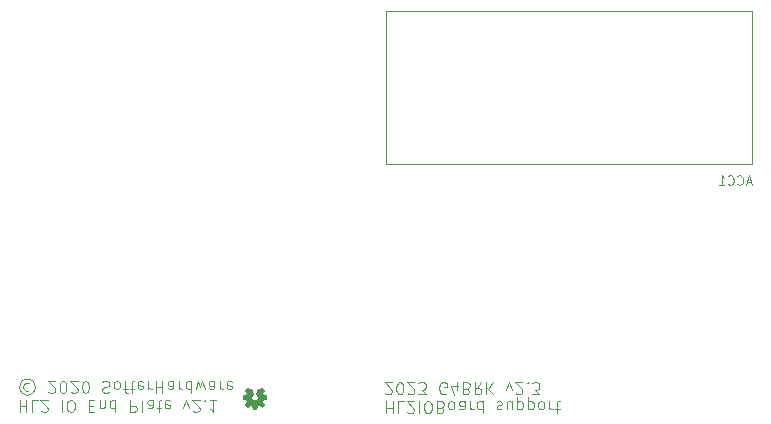
<source format=gbr>
G04 #@! TF.GenerationSoftware,KiCad,Pcbnew,(6.0.10)*
G04 #@! TF.CreationDate,2023-08-09T07:30:24+00:00*
G04 #@! TF.ProjectId,HL2IO_endcap,484c3249-4f5f-4656-9e64-6361702e6b69,2.1*
G04 #@! TF.SameCoordinates,PX2e593c0PY56057c0*
G04 #@! TF.FileFunction,Legend,Bot*
G04 #@! TF.FilePolarity,Positive*
%FSLAX46Y46*%
G04 Gerber Fmt 4.6, Leading zero omitted, Abs format (unit mm)*
G04 Created by KiCad (PCBNEW (6.0.10)) date 2023-08-09 07:30:24*
%MOMM*%
%LPD*%
G01*
G04 APERTURE LIST*
%ADD10C,0.120000*%
%ADD11C,0.100000*%
%ADD12C,0.002540*%
G04 APERTURE END LIST*
D10*
X9016095Y4947381D02*
X9016095Y3947381D01*
X9016095Y4423572D02*
X9587523Y4423572D01*
X9587523Y4947381D02*
X9587523Y3947381D01*
X10539904Y4947381D02*
X10063714Y4947381D01*
X10063714Y3947381D01*
X10825619Y4042620D02*
X10873238Y3995000D01*
X10968476Y3947381D01*
X11206571Y3947381D01*
X11301809Y3995000D01*
X11349428Y4042620D01*
X11397047Y4137858D01*
X11397047Y4233096D01*
X11349428Y4375953D01*
X10778000Y4947381D01*
X11397047Y4947381D01*
X12587523Y4947381D02*
X12587523Y3947381D01*
X13254190Y3947381D02*
X13444666Y3947381D01*
X13539904Y3995000D01*
X13635142Y4090239D01*
X13682761Y4280715D01*
X13682761Y4614048D01*
X13635142Y4804524D01*
X13539904Y4899762D01*
X13444666Y4947381D01*
X13254190Y4947381D01*
X13158952Y4899762D01*
X13063714Y4804524D01*
X13016095Y4614048D01*
X13016095Y4280715D01*
X13063714Y4090239D01*
X13158952Y3995000D01*
X13254190Y3947381D01*
X14873238Y4423572D02*
X15206571Y4423572D01*
X15349428Y4947381D02*
X14873238Y4947381D01*
X14873238Y3947381D01*
X15349428Y3947381D01*
X15777999Y4280715D02*
X15777999Y4947381D01*
X15777999Y4375953D02*
X15825619Y4328334D01*
X15920857Y4280715D01*
X16063714Y4280715D01*
X16158952Y4328334D01*
X16206571Y4423572D01*
X16206571Y4947381D01*
X17111333Y4947381D02*
X17111333Y3947381D01*
X17111333Y4899762D02*
X17016095Y4947381D01*
X16825619Y4947381D01*
X16730380Y4899762D01*
X16682761Y4852143D01*
X16635142Y4756905D01*
X16635142Y4471191D01*
X16682761Y4375953D01*
X16730380Y4328334D01*
X16825619Y4280715D01*
X17016095Y4280715D01*
X17111333Y4328334D01*
X18349428Y4947381D02*
X18349428Y3947381D01*
X18730380Y3947381D01*
X18825619Y3995000D01*
X18873238Y4042620D01*
X18920857Y4137858D01*
X18920857Y4280715D01*
X18873238Y4375953D01*
X18825619Y4423572D01*
X18730380Y4471191D01*
X18349428Y4471191D01*
X19492285Y4947381D02*
X19397047Y4899762D01*
X19349428Y4804524D01*
X19349428Y3947381D01*
X20301809Y4947381D02*
X20301809Y4423572D01*
X20254190Y4328334D01*
X20158952Y4280715D01*
X19968476Y4280715D01*
X19873238Y4328334D01*
X20301809Y4899762D02*
X20206571Y4947381D01*
X19968476Y4947381D01*
X19873238Y4899762D01*
X19825619Y4804524D01*
X19825619Y4709286D01*
X19873238Y4614048D01*
X19968476Y4566429D01*
X20206571Y4566429D01*
X20301809Y4518810D01*
X20635142Y4280715D02*
X21016095Y4280715D01*
X20778000Y3947381D02*
X20778000Y4804524D01*
X20825619Y4899762D01*
X20920857Y4947381D01*
X21016095Y4947381D01*
X21730380Y4899762D02*
X21635142Y4947381D01*
X21444666Y4947381D01*
X21349428Y4899762D01*
X21301809Y4804524D01*
X21301809Y4423572D01*
X21349428Y4328334D01*
X21444666Y4280715D01*
X21635142Y4280715D01*
X21730380Y4328334D01*
X21778000Y4423572D01*
X21778000Y4518810D01*
X21301809Y4614048D01*
X22873238Y4280715D02*
X23111333Y4947381D01*
X23349428Y4280715D01*
X23682761Y4042620D02*
X23730380Y3995000D01*
X23825619Y3947381D01*
X24063714Y3947381D01*
X24158952Y3995000D01*
X24206571Y4042620D01*
X24254190Y4137858D01*
X24254190Y4233096D01*
X24206571Y4375953D01*
X23635142Y4947381D01*
X24254190Y4947381D01*
X24682761Y4852143D02*
X24730380Y4899762D01*
X24682761Y4947381D01*
X24635142Y4899762D01*
X24682761Y4852143D01*
X24682761Y4947381D01*
X25682761Y4947381D02*
X25111333Y4947381D01*
X25397047Y4947381D02*
X25397047Y3947381D01*
X25301809Y4090239D01*
X25206571Y4185477D01*
X25111333Y4233096D01*
X9825619Y5795477D02*
X9730380Y5747858D01*
X9539904Y5747858D01*
X9444666Y5795477D01*
X9349428Y5890715D01*
X9301809Y5985953D01*
X9301809Y6176429D01*
X9349428Y6271667D01*
X9444666Y6366905D01*
X9539904Y6414524D01*
X9730380Y6414524D01*
X9825619Y6366905D01*
X9635142Y5414524D02*
X9397047Y5462143D01*
X9158952Y5605000D01*
X9016095Y5843096D01*
X8968476Y6081191D01*
X9016095Y6319286D01*
X9158952Y6557381D01*
X9397047Y6700239D01*
X9635142Y6747858D01*
X9873238Y6700239D01*
X10111333Y6557381D01*
X10254190Y6319286D01*
X10301809Y6081191D01*
X10254190Y5843096D01*
X10111333Y5605000D01*
X9873238Y5462143D01*
X9635142Y5414524D01*
X11444666Y5652620D02*
X11492285Y5605000D01*
X11587523Y5557381D01*
X11825619Y5557381D01*
X11920857Y5605000D01*
X11968476Y5652620D01*
X12016095Y5747858D01*
X12016095Y5843096D01*
X11968476Y5985953D01*
X11397047Y6557381D01*
X12016095Y6557381D01*
X12635142Y5557381D02*
X12730380Y5557381D01*
X12825619Y5605000D01*
X12873238Y5652620D01*
X12920857Y5747858D01*
X12968476Y5938334D01*
X12968476Y6176429D01*
X12920857Y6366905D01*
X12873238Y6462143D01*
X12825619Y6509762D01*
X12730380Y6557381D01*
X12635142Y6557381D01*
X12539904Y6509762D01*
X12492285Y6462143D01*
X12444666Y6366905D01*
X12397047Y6176429D01*
X12397047Y5938334D01*
X12444666Y5747858D01*
X12492285Y5652620D01*
X12539904Y5605000D01*
X12635142Y5557381D01*
X13349428Y5652620D02*
X13397047Y5605000D01*
X13492285Y5557381D01*
X13730380Y5557381D01*
X13825619Y5605000D01*
X13873238Y5652620D01*
X13920857Y5747858D01*
X13920857Y5843096D01*
X13873238Y5985953D01*
X13301809Y6557381D01*
X13920857Y6557381D01*
X14539904Y5557381D02*
X14635142Y5557381D01*
X14730380Y5605000D01*
X14778000Y5652620D01*
X14825619Y5747858D01*
X14873238Y5938334D01*
X14873238Y6176429D01*
X14825619Y6366905D01*
X14778000Y6462143D01*
X14730380Y6509762D01*
X14635142Y6557381D01*
X14539904Y6557381D01*
X14444666Y6509762D01*
X14397047Y6462143D01*
X14349428Y6366905D01*
X14301809Y6176429D01*
X14301809Y5938334D01*
X14349428Y5747858D01*
X14397047Y5652620D01*
X14444666Y5605000D01*
X14539904Y5557381D01*
X16016095Y6509762D02*
X16158952Y6557381D01*
X16397047Y6557381D01*
X16492285Y6509762D01*
X16539904Y6462143D01*
X16587523Y6366905D01*
X16587523Y6271667D01*
X16539904Y6176429D01*
X16492285Y6128810D01*
X16397047Y6081191D01*
X16206571Y6033572D01*
X16111333Y5985953D01*
X16063714Y5938334D01*
X16016095Y5843096D01*
X16016095Y5747858D01*
X16063714Y5652620D01*
X16111333Y5605000D01*
X16206571Y5557381D01*
X16444666Y5557381D01*
X16587523Y5605000D01*
X17158952Y6557381D02*
X17063714Y6509762D01*
X17016095Y6462143D01*
X16968476Y6366905D01*
X16968476Y6081191D01*
X17016095Y5985953D01*
X17063714Y5938334D01*
X17158952Y5890715D01*
X17301809Y5890715D01*
X17397047Y5938334D01*
X17444666Y5985953D01*
X17492285Y6081191D01*
X17492285Y6366905D01*
X17444666Y6462143D01*
X17397047Y6509762D01*
X17301809Y6557381D01*
X17158952Y6557381D01*
X17778000Y5890715D02*
X18158952Y5890715D01*
X17920857Y6557381D02*
X17920857Y5700239D01*
X17968476Y5605000D01*
X18063714Y5557381D01*
X18158952Y5557381D01*
X18349428Y5890715D02*
X18730380Y5890715D01*
X18492285Y5557381D02*
X18492285Y6414524D01*
X18539904Y6509762D01*
X18635142Y6557381D01*
X18730380Y6557381D01*
X19444666Y6509762D02*
X19349428Y6557381D01*
X19158952Y6557381D01*
X19063714Y6509762D01*
X19016095Y6414524D01*
X19016095Y6033572D01*
X19063714Y5938334D01*
X19158952Y5890715D01*
X19349428Y5890715D01*
X19444666Y5938334D01*
X19492285Y6033572D01*
X19492285Y6128810D01*
X19016095Y6224048D01*
X19920857Y6557381D02*
X19920857Y5890715D01*
X19920857Y6081191D02*
X19968476Y5985953D01*
X20016095Y5938334D01*
X20111333Y5890715D01*
X20206571Y5890715D01*
X20539904Y6557381D02*
X20539904Y5557381D01*
X20539904Y6033572D02*
X21111333Y6033572D01*
X21111333Y6557381D02*
X21111333Y5557381D01*
X22016095Y6557381D02*
X22016095Y6033572D01*
X21968476Y5938334D01*
X21873238Y5890715D01*
X21682761Y5890715D01*
X21587523Y5938334D01*
X22016095Y6509762D02*
X21920857Y6557381D01*
X21682761Y6557381D01*
X21587523Y6509762D01*
X21539904Y6414524D01*
X21539904Y6319286D01*
X21587523Y6224048D01*
X21682761Y6176429D01*
X21920857Y6176429D01*
X22016095Y6128810D01*
X22492285Y6557381D02*
X22492285Y5890715D01*
X22492285Y6081191D02*
X22539904Y5985953D01*
X22587523Y5938334D01*
X22682761Y5890715D01*
X22778000Y5890715D01*
X23539904Y6557381D02*
X23539904Y5557381D01*
X23539904Y6509762D02*
X23444666Y6557381D01*
X23254190Y6557381D01*
X23158952Y6509762D01*
X23111333Y6462143D01*
X23063714Y6366905D01*
X23063714Y6081191D01*
X23111333Y5985953D01*
X23158952Y5938334D01*
X23254190Y5890715D01*
X23444666Y5890715D01*
X23539904Y5938334D01*
X23920857Y5890715D02*
X24111333Y6557381D01*
X24301809Y6081191D01*
X24492285Y6557381D01*
X24682761Y5890715D01*
X25492285Y6557381D02*
X25492285Y6033572D01*
X25444666Y5938334D01*
X25349428Y5890715D01*
X25158952Y5890715D01*
X25063714Y5938334D01*
X25492285Y6509762D02*
X25397047Y6557381D01*
X25158952Y6557381D01*
X25063714Y6509762D01*
X25016095Y6414524D01*
X25016095Y6319286D01*
X25063714Y6224048D01*
X25158952Y6176429D01*
X25397047Y6176429D01*
X25492285Y6128810D01*
X25968476Y6557381D02*
X25968476Y5890715D01*
X25968476Y6081191D02*
X26016095Y5985953D01*
X26063714Y5938334D01*
X26158952Y5890715D01*
X26254190Y5890715D01*
X26968476Y6509762D02*
X26873238Y6557381D01*
X26682761Y6557381D01*
X26587523Y6509762D01*
X26539904Y6414524D01*
X26539904Y6033572D01*
X26587523Y5938334D01*
X26682761Y5890715D01*
X26873238Y5890715D01*
X26968476Y5938334D01*
X27016095Y6033572D01*
X27016095Y6128810D01*
X26539904Y6224048D01*
X40016095Y4847381D02*
X40016095Y3847381D01*
X40016095Y4323572D02*
X40587523Y4323572D01*
X40587523Y4847381D02*
X40587523Y3847381D01*
X41539904Y4847381D02*
X41063714Y4847381D01*
X41063714Y3847381D01*
X41825619Y3942620D02*
X41873238Y3895000D01*
X41968476Y3847381D01*
X42206571Y3847381D01*
X42301809Y3895000D01*
X42349428Y3942620D01*
X42397047Y4037858D01*
X42397047Y4133096D01*
X42349428Y4275953D01*
X41778000Y4847381D01*
X42397047Y4847381D01*
X42825619Y4847381D02*
X42825619Y3847381D01*
X43492285Y3847381D02*
X43682761Y3847381D01*
X43778000Y3895000D01*
X43873238Y3990239D01*
X43920857Y4180715D01*
X43920857Y4514048D01*
X43873238Y4704524D01*
X43778000Y4799762D01*
X43682761Y4847381D01*
X43492285Y4847381D01*
X43397047Y4799762D01*
X43301809Y4704524D01*
X43254190Y4514048D01*
X43254190Y4180715D01*
X43301809Y3990239D01*
X43397047Y3895000D01*
X43492285Y3847381D01*
X44682761Y4323572D02*
X44825619Y4371191D01*
X44873238Y4418810D01*
X44920857Y4514048D01*
X44920857Y4656905D01*
X44873238Y4752143D01*
X44825619Y4799762D01*
X44730380Y4847381D01*
X44349428Y4847381D01*
X44349428Y3847381D01*
X44682761Y3847381D01*
X44778000Y3895000D01*
X44825619Y3942620D01*
X44873238Y4037858D01*
X44873238Y4133096D01*
X44825619Y4228334D01*
X44778000Y4275953D01*
X44682761Y4323572D01*
X44349428Y4323572D01*
X45492285Y4847381D02*
X45397047Y4799762D01*
X45349428Y4752143D01*
X45301809Y4656905D01*
X45301809Y4371191D01*
X45349428Y4275953D01*
X45397047Y4228334D01*
X45492285Y4180715D01*
X45635142Y4180715D01*
X45730380Y4228334D01*
X45778000Y4275953D01*
X45825619Y4371191D01*
X45825619Y4656905D01*
X45778000Y4752143D01*
X45730380Y4799762D01*
X45635142Y4847381D01*
X45492285Y4847381D01*
X46682761Y4847381D02*
X46682761Y4323572D01*
X46635142Y4228334D01*
X46539904Y4180715D01*
X46349428Y4180715D01*
X46254190Y4228334D01*
X46682761Y4799762D02*
X46587523Y4847381D01*
X46349428Y4847381D01*
X46254190Y4799762D01*
X46206571Y4704524D01*
X46206571Y4609286D01*
X46254190Y4514048D01*
X46349428Y4466429D01*
X46587523Y4466429D01*
X46682761Y4418810D01*
X47158952Y4847381D02*
X47158952Y4180715D01*
X47158952Y4371191D02*
X47206571Y4275953D01*
X47254190Y4228334D01*
X47349428Y4180715D01*
X47444666Y4180715D01*
X48206571Y4847381D02*
X48206571Y3847381D01*
X48206571Y4799762D02*
X48111333Y4847381D01*
X47920857Y4847381D01*
X47825619Y4799762D01*
X47778000Y4752143D01*
X47730380Y4656905D01*
X47730380Y4371191D01*
X47778000Y4275953D01*
X47825619Y4228334D01*
X47920857Y4180715D01*
X48111333Y4180715D01*
X48206571Y4228334D01*
X49397047Y4799762D02*
X49492285Y4847381D01*
X49682761Y4847381D01*
X49778000Y4799762D01*
X49825619Y4704524D01*
X49825619Y4656905D01*
X49778000Y4561667D01*
X49682761Y4514048D01*
X49539904Y4514048D01*
X49444666Y4466429D01*
X49397047Y4371191D01*
X49397047Y4323572D01*
X49444666Y4228334D01*
X49539904Y4180715D01*
X49682761Y4180715D01*
X49778000Y4228334D01*
X50682761Y4180715D02*
X50682761Y4847381D01*
X50254190Y4180715D02*
X50254190Y4704524D01*
X50301809Y4799762D01*
X50397047Y4847381D01*
X50539904Y4847381D01*
X50635142Y4799762D01*
X50682761Y4752143D01*
X51158952Y4180715D02*
X51158952Y5180715D01*
X51158952Y4228334D02*
X51254190Y4180715D01*
X51444666Y4180715D01*
X51539904Y4228334D01*
X51587523Y4275953D01*
X51635142Y4371191D01*
X51635142Y4656905D01*
X51587523Y4752143D01*
X51539904Y4799762D01*
X51444666Y4847381D01*
X51254190Y4847381D01*
X51158952Y4799762D01*
X52063714Y4180715D02*
X52063714Y5180715D01*
X52063714Y4228334D02*
X52158952Y4180715D01*
X52349428Y4180715D01*
X52444666Y4228334D01*
X52492285Y4275953D01*
X52539904Y4371191D01*
X52539904Y4656905D01*
X52492285Y4752143D01*
X52444666Y4799762D01*
X52349428Y4847381D01*
X52158952Y4847381D01*
X52063714Y4799762D01*
X53111333Y4847381D02*
X53016095Y4799762D01*
X52968476Y4752143D01*
X52920857Y4656905D01*
X52920857Y4371191D01*
X52968476Y4275953D01*
X53016095Y4228334D01*
X53111333Y4180715D01*
X53254190Y4180715D01*
X53349428Y4228334D01*
X53397047Y4275953D01*
X53444666Y4371191D01*
X53444666Y4656905D01*
X53397047Y4752143D01*
X53349428Y4799762D01*
X53254190Y4847381D01*
X53111333Y4847381D01*
X53873238Y4847381D02*
X53873238Y4180715D01*
X53873238Y4371191D02*
X53920857Y4275953D01*
X53968476Y4228334D01*
X54063714Y4180715D01*
X54158952Y4180715D01*
X54349428Y4180715D02*
X54730380Y4180715D01*
X54492285Y3847381D02*
X54492285Y4704524D01*
X54539904Y4799762D01*
X54635142Y4847381D01*
X54730380Y4847381D01*
X39968476Y5552620D02*
X40016095Y5505000D01*
X40111333Y5457381D01*
X40349428Y5457381D01*
X40444666Y5505000D01*
X40492285Y5552620D01*
X40539904Y5647858D01*
X40539904Y5743096D01*
X40492285Y5885953D01*
X39920857Y6457381D01*
X40539904Y6457381D01*
X41158952Y5457381D02*
X41254190Y5457381D01*
X41349428Y5505000D01*
X41397047Y5552620D01*
X41444666Y5647858D01*
X41492285Y5838334D01*
X41492285Y6076429D01*
X41444666Y6266905D01*
X41397047Y6362143D01*
X41349428Y6409762D01*
X41254190Y6457381D01*
X41158952Y6457381D01*
X41063714Y6409762D01*
X41016095Y6362143D01*
X40968476Y6266905D01*
X40920857Y6076429D01*
X40920857Y5838334D01*
X40968476Y5647858D01*
X41016095Y5552620D01*
X41063714Y5505000D01*
X41158952Y5457381D01*
X41873238Y5552620D02*
X41920857Y5505000D01*
X42016095Y5457381D01*
X42254190Y5457381D01*
X42349428Y5505000D01*
X42397047Y5552620D01*
X42444666Y5647858D01*
X42444666Y5743096D01*
X42397047Y5885953D01*
X41825619Y6457381D01*
X42444666Y6457381D01*
X42778000Y5457381D02*
X43397047Y5457381D01*
X43063714Y5838334D01*
X43206571Y5838334D01*
X43301809Y5885953D01*
X43349428Y5933572D01*
X43397047Y6028810D01*
X43397047Y6266905D01*
X43349428Y6362143D01*
X43301809Y6409762D01*
X43206571Y6457381D01*
X42920857Y6457381D01*
X42825619Y6409762D01*
X42778000Y6362143D01*
X45111333Y5505000D02*
X45016095Y5457381D01*
X44873238Y5457381D01*
X44730380Y5505000D01*
X44635142Y5600239D01*
X44587523Y5695477D01*
X44539904Y5885953D01*
X44539904Y6028810D01*
X44587523Y6219286D01*
X44635142Y6314524D01*
X44730380Y6409762D01*
X44873238Y6457381D01*
X44968476Y6457381D01*
X45111333Y6409762D01*
X45158952Y6362143D01*
X45158952Y6028810D01*
X44968476Y6028810D01*
X46016095Y5790715D02*
X46016095Y6457381D01*
X45778000Y5409762D02*
X45539904Y6124048D01*
X46158952Y6124048D01*
X46873238Y5933572D02*
X47016095Y5981191D01*
X47063714Y6028810D01*
X47111333Y6124048D01*
X47111333Y6266905D01*
X47063714Y6362143D01*
X47016095Y6409762D01*
X46920857Y6457381D01*
X46539904Y6457381D01*
X46539904Y5457381D01*
X46873238Y5457381D01*
X46968476Y5505000D01*
X47016095Y5552620D01*
X47063714Y5647858D01*
X47063714Y5743096D01*
X47016095Y5838334D01*
X46968476Y5885953D01*
X46873238Y5933572D01*
X46539904Y5933572D01*
X48111333Y6457381D02*
X47778000Y5981191D01*
X47539904Y6457381D02*
X47539904Y5457381D01*
X47920857Y5457381D01*
X48016095Y5505000D01*
X48063714Y5552620D01*
X48111333Y5647858D01*
X48111333Y5790715D01*
X48063714Y5885953D01*
X48016095Y5933572D01*
X47920857Y5981191D01*
X47539904Y5981191D01*
X48539904Y6457381D02*
X48539904Y5457381D01*
X49111333Y6457381D02*
X48682761Y5885953D01*
X49111333Y5457381D02*
X48539904Y6028810D01*
X50206571Y5790715D02*
X50444666Y6457381D01*
X50682761Y5790715D01*
X51016095Y5552620D02*
X51063714Y5505000D01*
X51158952Y5457381D01*
X51397047Y5457381D01*
X51492285Y5505000D01*
X51539904Y5552620D01*
X51587523Y5647858D01*
X51587523Y5743096D01*
X51539904Y5885953D01*
X50968476Y6457381D01*
X51587523Y6457381D01*
X52016095Y6362143D02*
X52063714Y6409762D01*
X52016095Y6457381D01*
X51968476Y6409762D01*
X52016095Y6362143D01*
X52016095Y6457381D01*
X52397047Y5457381D02*
X53016095Y5457381D01*
X52682761Y5838334D01*
X52825619Y5838334D01*
X52920857Y5885953D01*
X52968476Y5933572D01*
X53016095Y6028810D01*
X53016095Y6266905D01*
X52968476Y6362143D01*
X52920857Y6409762D01*
X52825619Y6457381D01*
X52539904Y6457381D01*
X52444666Y6409762D01*
X52397047Y6362143D01*
D11*
X70971428Y23401667D02*
X70590476Y23401667D01*
X71047619Y23173096D02*
X70780952Y23973096D01*
X70514285Y23173096D01*
X69790476Y23249286D02*
X69828571Y23211191D01*
X69942857Y23173096D01*
X70019047Y23173096D01*
X70133333Y23211191D01*
X70209523Y23287381D01*
X70247619Y23363572D01*
X70285714Y23515953D01*
X70285714Y23630239D01*
X70247619Y23782620D01*
X70209523Y23858810D01*
X70133333Y23935000D01*
X70019047Y23973096D01*
X69942857Y23973096D01*
X69828571Y23935000D01*
X69790476Y23896905D01*
X68990476Y23249286D02*
X69028571Y23211191D01*
X69142857Y23173096D01*
X69219047Y23173096D01*
X69333333Y23211191D01*
X69409523Y23287381D01*
X69447619Y23363572D01*
X69485714Y23515953D01*
X69485714Y23630239D01*
X69447619Y23782620D01*
X69409523Y23858810D01*
X69333333Y23935000D01*
X69219047Y23973096D01*
X69142857Y23973096D01*
X69028571Y23935000D01*
X68990476Y23896905D01*
X68228571Y23173096D02*
X68685714Y23173096D01*
X68457142Y23173096D02*
X68457142Y23973096D01*
X68533333Y23858810D01*
X68609523Y23782620D01*
X68685714Y23744524D01*
X40000000Y37935000D02*
X40000000Y24935000D01*
X71000000Y24935000D02*
X71000000Y37935000D01*
X71000000Y37935000D02*
X40000000Y37935000D01*
X40000000Y24935000D02*
X71000000Y24935000D01*
G36*
X28308180Y5989000D02*
G01*
X28331040Y5973760D01*
X28366600Y5950900D01*
X28402160Y5925500D01*
X28440260Y5900100D01*
X28473280Y5879780D01*
X28493600Y5864540D01*
X28503760Y5859460D01*
X28513920Y5864540D01*
X28536780Y5874700D01*
X28587580Y5900100D01*
X28602820Y5905180D01*
X28610440Y5905180D01*
X28615520Y5892480D01*
X28628220Y5867080D01*
X28646000Y5826440D01*
X28666320Y5775640D01*
X28691720Y5717220D01*
X28706960Y5681660D01*
X28795860Y5465760D01*
X28783160Y5455600D01*
X28767920Y5445440D01*
X28742520Y5427660D01*
X28737440Y5422580D01*
X28684100Y5371780D01*
X28648540Y5313360D01*
X28628220Y5244780D01*
X28625680Y5173660D01*
X28625680Y5158420D01*
X28646000Y5097460D01*
X28681560Y5036500D01*
X28704420Y5008560D01*
X28765380Y4962840D01*
X28831420Y4937440D01*
X28900000Y4929820D01*
X28971120Y4937440D01*
X29037160Y4965380D01*
X29093040Y5008560D01*
X29138760Y5069520D01*
X29164160Y5133020D01*
X29171780Y5199060D01*
X29164160Y5272720D01*
X29133680Y5338760D01*
X29087960Y5397180D01*
X29039700Y5437820D01*
X29019380Y5453060D01*
X29004140Y5468300D01*
X29009220Y5478460D01*
X29019380Y5506400D01*
X29034620Y5544500D01*
X29054940Y5592760D01*
X29077800Y5646100D01*
X29123520Y5757860D01*
X29143840Y5808660D01*
X29164160Y5851840D01*
X29176860Y5884860D01*
X29187020Y5902640D01*
X29189560Y5907720D01*
X29202260Y5905180D01*
X29242900Y5884860D01*
X29270840Y5872160D01*
X29288620Y5862000D01*
X29293700Y5859460D01*
X29303860Y5864540D01*
X29326720Y5879780D01*
X29359740Y5902640D01*
X29397840Y5928040D01*
X29438480Y5955980D01*
X29471500Y5976300D01*
X29494360Y5991540D01*
X29504520Y5996620D01*
X29514680Y5991540D01*
X29535000Y5971220D01*
X29565480Y5945820D01*
X29598500Y5910260D01*
X29606120Y5905180D01*
X29651840Y5859460D01*
X29679780Y5828980D01*
X29695020Y5811200D01*
X29700100Y5803580D01*
X29692480Y5793420D01*
X29677240Y5768020D01*
X29654380Y5735000D01*
X29626440Y5694360D01*
X29601040Y5656260D01*
X29578180Y5623240D01*
X29562940Y5600380D01*
X29557860Y5590220D01*
X29562940Y5574980D01*
X29573100Y5549580D01*
X29585800Y5514020D01*
X29601040Y5475920D01*
X29616280Y5440360D01*
X29644220Y5384480D01*
X29656920Y5381940D01*
X29684860Y5376860D01*
X29725500Y5369240D01*
X29763600Y5361620D01*
X29809320Y5354000D01*
X29849960Y5346380D01*
X29875360Y5341300D01*
X29888060Y5336220D01*
X29898220Y5331140D01*
X29895680Y5064440D01*
X29822020Y5049200D01*
X29776300Y5039040D01*
X29725500Y5031420D01*
X29689940Y5023800D01*
X29631520Y5013640D01*
X29593420Y4924740D01*
X29575640Y4884100D01*
X29562940Y4851080D01*
X29555320Y4828220D01*
X29552780Y4823140D01*
X29560400Y4810440D01*
X29575640Y4782500D01*
X29621360Y4711380D01*
X29649300Y4673280D01*
X29672160Y4637720D01*
X29689940Y4614860D01*
X29695020Y4602160D01*
X29697560Y4597080D01*
X29682320Y4574220D01*
X29631520Y4523420D01*
X29606120Y4495480D01*
X29570560Y4462460D01*
X29540080Y4431980D01*
X29517220Y4411660D01*
X29507060Y4401500D01*
X29496900Y4406580D01*
X29474040Y4421820D01*
X29441020Y4442140D01*
X29400380Y4470080D01*
X29390220Y4477700D01*
X29278460Y4553900D01*
X29187020Y4518340D01*
X29146380Y4500560D01*
X29113360Y4487860D01*
X29095580Y4480240D01*
X29090500Y4477700D01*
X29087960Y4467540D01*
X29082880Y4439600D01*
X29072720Y4401500D01*
X29065100Y4353240D01*
X29062560Y4345620D01*
X29054940Y4294820D01*
X29044780Y4254180D01*
X29039700Y4223700D01*
X29034620Y4211000D01*
X29034620Y4208460D01*
X29021920Y4205920D01*
X28996520Y4205920D01*
X28958420Y4203380D01*
X28793320Y4203380D01*
X28767920Y4205920D01*
X28762840Y4205920D01*
X28760300Y4218620D01*
X28752680Y4246560D01*
X28745060Y4284660D01*
X28737440Y4332920D01*
X28734900Y4340540D01*
X28727280Y4388800D01*
X28717120Y4429440D01*
X28712040Y4459920D01*
X28706960Y4475160D01*
X28694260Y4482780D01*
X28668860Y4492940D01*
X28635840Y4508180D01*
X28597740Y4523420D01*
X28564720Y4536120D01*
X28519000Y4551360D01*
X28516460Y4551360D01*
X28506300Y4543740D01*
X28483440Y4528500D01*
X28450420Y4505640D01*
X28409780Y4480240D01*
X28407240Y4477700D01*
X28366600Y4449760D01*
X28333580Y4426900D01*
X28308180Y4409120D01*
X28295480Y4404040D01*
X28295480Y4401500D01*
X28287860Y4406580D01*
X28270080Y4419280D01*
X28242140Y4444680D01*
X28127840Y4558980D01*
X28107520Y4581840D01*
X28099900Y4592000D01*
X28099900Y4594540D01*
X28104980Y4604700D01*
X28120220Y4627560D01*
X28140540Y4663120D01*
X28168480Y4701220D01*
X28171020Y4706300D01*
X28198960Y4746940D01*
X28221820Y4779960D01*
X28237060Y4805360D01*
X28244680Y4815520D01*
X28242140Y4828220D01*
X28234520Y4851080D01*
X28188800Y4957760D01*
X28176100Y4988240D01*
X28165940Y5006020D01*
X28163400Y5008560D01*
X28150700Y5013640D01*
X28122760Y5018720D01*
X28084660Y5028880D01*
X28036400Y5036500D01*
X28033860Y5036500D01*
X27985600Y5046660D01*
X27947500Y5054280D01*
X27919560Y5059360D01*
X27906860Y5064440D01*
X27904320Y5074600D01*
X27901780Y5100000D01*
X27901780Y5318440D01*
X27904320Y5331140D01*
X27906860Y5336220D01*
X27909400Y5338760D01*
X27922100Y5341300D01*
X27952580Y5346380D01*
X27990680Y5354000D01*
X28036400Y5364160D01*
X28082120Y5371780D01*
X28120220Y5379400D01*
X28148160Y5387020D01*
X28158320Y5389560D01*
X28163400Y5402260D01*
X28176100Y5427660D01*
X28191340Y5463220D01*
X28201500Y5493700D01*
X28242140Y5590220D01*
X28171020Y5694360D01*
X28143080Y5735000D01*
X28120220Y5768020D01*
X28104980Y5793420D01*
X28099900Y5806120D01*
X28104980Y5813740D01*
X28125300Y5834060D01*
X28153240Y5864540D01*
X28186260Y5900100D01*
X28193880Y5905180D01*
X28262460Y5973760D01*
X28292940Y5996620D01*
X28295480Y5996620D01*
X28308180Y5989000D01*
G37*
D12*
X28308180Y5989000D02*
X28331040Y5973760D01*
X28366600Y5950900D01*
X28402160Y5925500D01*
X28440260Y5900100D01*
X28473280Y5879780D01*
X28493600Y5864540D01*
X28503760Y5859460D01*
X28513920Y5864540D01*
X28536780Y5874700D01*
X28587580Y5900100D01*
X28602820Y5905180D01*
X28610440Y5905180D01*
X28615520Y5892480D01*
X28628220Y5867080D01*
X28646000Y5826440D01*
X28666320Y5775640D01*
X28691720Y5717220D01*
X28706960Y5681660D01*
X28795860Y5465760D01*
X28783160Y5455600D01*
X28767920Y5445440D01*
X28742520Y5427660D01*
X28737440Y5422580D01*
X28684100Y5371780D01*
X28648540Y5313360D01*
X28628220Y5244780D01*
X28625680Y5173660D01*
X28625680Y5158420D01*
X28646000Y5097460D01*
X28681560Y5036500D01*
X28704420Y5008560D01*
X28765380Y4962840D01*
X28831420Y4937440D01*
X28900000Y4929820D01*
X28971120Y4937440D01*
X29037160Y4965380D01*
X29093040Y5008560D01*
X29138760Y5069520D01*
X29164160Y5133020D01*
X29171780Y5199060D01*
X29164160Y5272720D01*
X29133680Y5338760D01*
X29087960Y5397180D01*
X29039700Y5437820D01*
X29019380Y5453060D01*
X29004140Y5468300D01*
X29009220Y5478460D01*
X29019380Y5506400D01*
X29034620Y5544500D01*
X29054940Y5592760D01*
X29077800Y5646100D01*
X29123520Y5757860D01*
X29143840Y5808660D01*
X29164160Y5851840D01*
X29176860Y5884860D01*
X29187020Y5902640D01*
X29189560Y5907720D01*
X29202260Y5905180D01*
X29242900Y5884860D01*
X29270840Y5872160D01*
X29288620Y5862000D01*
X29293700Y5859460D01*
X29303860Y5864540D01*
X29326720Y5879780D01*
X29359740Y5902640D01*
X29397840Y5928040D01*
X29438480Y5955980D01*
X29471500Y5976300D01*
X29494360Y5991540D01*
X29504520Y5996620D01*
X29514680Y5991540D01*
X29535000Y5971220D01*
X29565480Y5945820D01*
X29598500Y5910260D01*
X29606120Y5905180D01*
X29651840Y5859460D01*
X29679780Y5828980D01*
X29695020Y5811200D01*
X29700100Y5803580D01*
X29692480Y5793420D01*
X29677240Y5768020D01*
X29654380Y5735000D01*
X29626440Y5694360D01*
X29601040Y5656260D01*
X29578180Y5623240D01*
X29562940Y5600380D01*
X29557860Y5590220D01*
X29562940Y5574980D01*
X29573100Y5549580D01*
X29585800Y5514020D01*
X29601040Y5475920D01*
X29616280Y5440360D01*
X29644220Y5384480D01*
X29656920Y5381940D01*
X29684860Y5376860D01*
X29725500Y5369240D01*
X29763600Y5361620D01*
X29809320Y5354000D01*
X29849960Y5346380D01*
X29875360Y5341300D01*
X29888060Y5336220D01*
X29898220Y5331140D01*
X29895680Y5064440D01*
X29822020Y5049200D01*
X29776300Y5039040D01*
X29725500Y5031420D01*
X29689940Y5023800D01*
X29631520Y5013640D01*
X29593420Y4924740D01*
X29575640Y4884100D01*
X29562940Y4851080D01*
X29555320Y4828220D01*
X29552780Y4823140D01*
X29560400Y4810440D01*
X29575640Y4782500D01*
X29621360Y4711380D01*
X29649300Y4673280D01*
X29672160Y4637720D01*
X29689940Y4614860D01*
X29695020Y4602160D01*
X29697560Y4597080D01*
X29682320Y4574220D01*
X29631520Y4523420D01*
X29606120Y4495480D01*
X29570560Y4462460D01*
X29540080Y4431980D01*
X29517220Y4411660D01*
X29507060Y4401500D01*
X29496900Y4406580D01*
X29474040Y4421820D01*
X29441020Y4442140D01*
X29400380Y4470080D01*
X29390220Y4477700D01*
X29278460Y4553900D01*
X29187020Y4518340D01*
X29146380Y4500560D01*
X29113360Y4487860D01*
X29095580Y4480240D01*
X29090500Y4477700D01*
X29087960Y4467540D01*
X29082880Y4439600D01*
X29072720Y4401500D01*
X29065100Y4353240D01*
X29062560Y4345620D01*
X29054940Y4294820D01*
X29044780Y4254180D01*
X29039700Y4223700D01*
X29034620Y4211000D01*
X29034620Y4208460D01*
X29021920Y4205920D01*
X28996520Y4205920D01*
X28958420Y4203380D01*
X28793320Y4203380D01*
X28767920Y4205920D01*
X28762840Y4205920D01*
X28760300Y4218620D01*
X28752680Y4246560D01*
X28745060Y4284660D01*
X28737440Y4332920D01*
X28734900Y4340540D01*
X28727280Y4388800D01*
X28717120Y4429440D01*
X28712040Y4459920D01*
X28706960Y4475160D01*
X28694260Y4482780D01*
X28668860Y4492940D01*
X28635840Y4508180D01*
X28597740Y4523420D01*
X28564720Y4536120D01*
X28519000Y4551360D01*
X28516460Y4551360D01*
X28506300Y4543740D01*
X28483440Y4528500D01*
X28450420Y4505640D01*
X28409780Y4480240D01*
X28407240Y4477700D01*
X28366600Y4449760D01*
X28333580Y4426900D01*
X28308180Y4409120D01*
X28295480Y4404040D01*
X28295480Y4401500D01*
X28287860Y4406580D01*
X28270080Y4419280D01*
X28242140Y4444680D01*
X28127840Y4558980D01*
X28107520Y4581840D01*
X28099900Y4592000D01*
X28099900Y4594540D01*
X28104980Y4604700D01*
X28120220Y4627560D01*
X28140540Y4663120D01*
X28168480Y4701220D01*
X28171020Y4706300D01*
X28198960Y4746940D01*
X28221820Y4779960D01*
X28237060Y4805360D01*
X28244680Y4815520D01*
X28242140Y4828220D01*
X28234520Y4851080D01*
X28188800Y4957760D01*
X28176100Y4988240D01*
X28165940Y5006020D01*
X28163400Y5008560D01*
X28150700Y5013640D01*
X28122760Y5018720D01*
X28084660Y5028880D01*
X28036400Y5036500D01*
X28033860Y5036500D01*
X27985600Y5046660D01*
X27947500Y5054280D01*
X27919560Y5059360D01*
X27906860Y5064440D01*
X27904320Y5074600D01*
X27901780Y5100000D01*
X27901780Y5318440D01*
X27904320Y5331140D01*
X27906860Y5336220D01*
X27909400Y5338760D01*
X27922100Y5341300D01*
X27952580Y5346380D01*
X27990680Y5354000D01*
X28036400Y5364160D01*
X28082120Y5371780D01*
X28120220Y5379400D01*
X28148160Y5387020D01*
X28158320Y5389560D01*
X28163400Y5402260D01*
X28176100Y5427660D01*
X28191340Y5463220D01*
X28201500Y5493700D01*
X28242140Y5590220D01*
X28171020Y5694360D01*
X28143080Y5735000D01*
X28120220Y5768020D01*
X28104980Y5793420D01*
X28099900Y5806120D01*
X28104980Y5813740D01*
X28125300Y5834060D01*
X28153240Y5864540D01*
X28186260Y5900100D01*
X28193880Y5905180D01*
X28262460Y5973760D01*
X28292940Y5996620D01*
X28295480Y5996620D01*
X28308180Y5989000D01*
M02*

</source>
